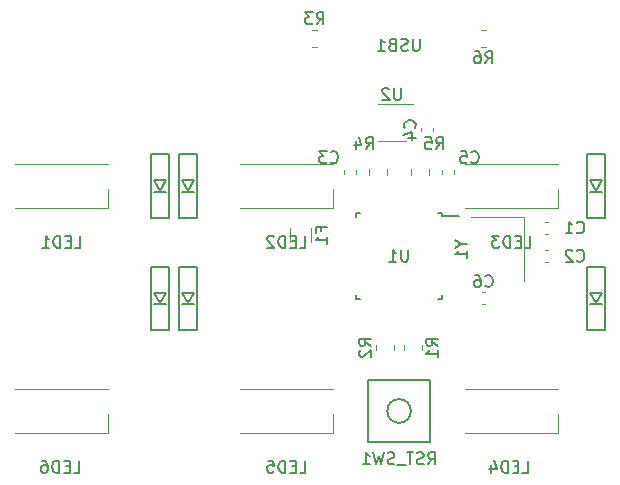
<source format=gbr>
%TF.GenerationSoftware,KiCad,Pcbnew,(5.1.7)-1*%
%TF.CreationDate,2020-10-17T05:15:24-04:00*%
%TF.ProjectId,OreoOrtho,4f72656f-4f72-4746-986f-2e6b69636164,rev?*%
%TF.SameCoordinates,Original*%
%TF.FileFunction,Legend,Bot*%
%TF.FilePolarity,Positive*%
%FSLAX46Y46*%
G04 Gerber Fmt 4.6, Leading zero omitted, Abs format (unit mm)*
G04 Created by KiCad (PCBNEW (5.1.7)-1) date 2020-10-17 05:15:24*
%MOMM*%
%LPD*%
G01*
G04 APERTURE LIST*
%ADD10C,0.120000*%
%ADD11C,0.150000*%
G04 APERTURE END LIST*
D10*
%TO.C,LED2*%
X137250000Y-62162500D02*
X137250000Y-63762500D01*
X129450000Y-60062500D02*
X137250000Y-60062500D01*
X137250000Y-63762500D02*
X129450000Y-63762500D01*
D11*
%TO.C,D1*%
X121884000Y-64612400D02*
X121884000Y-59212400D01*
X123384000Y-59212400D02*
X123384000Y-64612400D01*
X123384000Y-64612400D02*
X121884000Y-64612400D01*
X123384000Y-59212400D02*
X121884000Y-59212400D01*
X123134000Y-61412400D02*
X122134000Y-61412400D01*
X122134000Y-61412400D02*
X122634000Y-62312400D01*
X122634000Y-62312400D02*
X123134000Y-61412400D01*
X123134000Y-62412400D02*
X122134000Y-62412400D01*
%TO.C,D6*%
X158794000Y-74137500D02*
X158794000Y-68737500D01*
X160294000Y-68737500D02*
X160294000Y-74137500D01*
X160294000Y-74137500D02*
X158794000Y-74137500D01*
X160294000Y-68737500D02*
X158794000Y-68737500D01*
X160044000Y-70937500D02*
X159044000Y-70937500D01*
X159044000Y-70937500D02*
X159544000Y-71837500D01*
X159544000Y-71837500D02*
X160044000Y-70937500D01*
X160044000Y-71937500D02*
X159044000Y-71937500D01*
%TO.C,D5*%
X124266000Y-74137400D02*
X124266000Y-68737400D01*
X125766000Y-68737400D02*
X125766000Y-74137400D01*
X125766000Y-74137400D02*
X124266000Y-74137400D01*
X125766000Y-68737400D02*
X124266000Y-68737400D01*
X125516000Y-70937400D02*
X124516000Y-70937400D01*
X124516000Y-70937400D02*
X125016000Y-71837400D01*
X125016000Y-71837400D02*
X125516000Y-70937400D01*
X125516000Y-71937400D02*
X124516000Y-71937400D01*
%TO.C,D4*%
X121884000Y-74137500D02*
X121884000Y-68737500D01*
X123384000Y-68737500D02*
X123384000Y-74137500D01*
X123384000Y-74137500D02*
X121884000Y-74137500D01*
X123384000Y-68737500D02*
X121884000Y-68737500D01*
X123134000Y-70937500D02*
X122134000Y-70937500D01*
X122134000Y-70937500D02*
X122634000Y-71837500D01*
X122634000Y-71837500D02*
X123134000Y-70937500D01*
X123134000Y-71937500D02*
X122134000Y-71937500D01*
%TO.C,D3*%
X158794000Y-64612500D02*
X158794000Y-59212500D01*
X160294000Y-59212500D02*
X160294000Y-64612500D01*
X160294000Y-64612500D02*
X158794000Y-64612500D01*
X160294000Y-59212500D02*
X158794000Y-59212500D01*
X160044000Y-61412500D02*
X159044000Y-61412500D01*
X159044000Y-61412500D02*
X159544000Y-62312500D01*
X159544000Y-62312500D02*
X160044000Y-61412500D01*
X160044000Y-62412500D02*
X159044000Y-62412500D01*
%TO.C,D2*%
X124266000Y-64612400D02*
X124266000Y-59212400D01*
X125766000Y-59212400D02*
X125766000Y-64612400D01*
X125766000Y-64612400D02*
X124266000Y-64612400D01*
X125766000Y-59212400D02*
X124266000Y-59212400D01*
X125516000Y-61412400D02*
X124516000Y-61412400D01*
X124516000Y-61412400D02*
X125016000Y-62312400D01*
X125016000Y-62312400D02*
X125516000Y-61412400D01*
X125516000Y-62412400D02*
X124516000Y-62412400D01*
D10*
%TO.C,Y1*%
X148959000Y-64570300D02*
X153459000Y-64570300D01*
X153459000Y-64570300D02*
X153459000Y-69970300D01*
D11*
%TO.C,U1*%
X146500000Y-64240600D02*
X146500000Y-64465600D01*
X139250000Y-64240600D02*
X139250000Y-64565600D01*
X139250000Y-71490600D02*
X139250000Y-71165600D01*
X146500000Y-71490600D02*
X146500000Y-71165600D01*
X146500000Y-64240600D02*
X146175000Y-64240600D01*
X146500000Y-71490600D02*
X146175000Y-71490600D01*
X139250000Y-71490600D02*
X139575000Y-71490600D01*
X139250000Y-64240600D02*
X139575000Y-64240600D01*
X146500000Y-64465600D02*
X147925000Y-64465600D01*
%TO.C,RST_SW1*%
X143875000Y-80962400D02*
G75*
G03*
X143875000Y-80962400I-1000000J0D01*
G01*
X145475000Y-83562400D02*
X145475000Y-78362400D01*
X140275000Y-83562400D02*
X145475000Y-83562400D01*
X140275000Y-78362400D02*
X140275000Y-83562400D01*
X145475000Y-78362400D02*
X140275000Y-78362400D01*
D10*
%TO.C,R6*%
X149791936Y-50145900D02*
X150246064Y-50145900D01*
X149791936Y-48675900D02*
X150246064Y-48675900D01*
%TO.C,R5*%
X145396000Y-60948964D02*
X145396000Y-60494836D01*
X143926000Y-60948964D02*
X143926000Y-60494836D01*
%TO.C,R4*%
X140354000Y-60494836D02*
X140354000Y-60948964D01*
X141824000Y-60494836D02*
X141824000Y-60948964D01*
%TO.C,R3*%
X135958064Y-48675900D02*
X135503936Y-48675900D01*
X135958064Y-50145900D02*
X135503936Y-50145900D01*
%TO.C,R2*%
X140949000Y-75377536D02*
X140949000Y-75831664D01*
X142419000Y-75377536D02*
X142419000Y-75831664D01*
%TO.C,R1*%
X144801000Y-75831664D02*
X144801000Y-75377536D01*
X143331000Y-75831664D02*
X143331000Y-75377536D01*
%TO.C,LED6*%
X118200000Y-81212500D02*
X118200000Y-82812500D01*
X110400000Y-79112500D02*
X118200000Y-79112500D01*
X118200000Y-82812500D02*
X110400000Y-82812500D01*
%TO.C,LED5*%
X137250000Y-81212500D02*
X137250000Y-82812500D01*
X129450000Y-79112500D02*
X137250000Y-79112500D01*
X137250000Y-82812500D02*
X129450000Y-82812500D01*
%TO.C,LED4*%
X156300000Y-81212500D02*
X156300000Y-82812500D01*
X148500000Y-79112500D02*
X156300000Y-79112500D01*
X156300000Y-82812500D02*
X148500000Y-82812500D01*
%TO.C,LED3*%
X156300000Y-62162500D02*
X156300000Y-63762500D01*
X148500000Y-60062500D02*
X156300000Y-60062500D01*
X156300000Y-63762500D02*
X148500000Y-63762500D01*
%TO.C,LED1*%
X118200000Y-62162500D02*
X118200000Y-63762500D01*
X110400000Y-60062500D02*
X118200000Y-60062500D01*
X118200000Y-63762500D02*
X110400000Y-63762500D01*
%TO.C,F1*%
X135451000Y-66681664D02*
X135451000Y-65477536D01*
X133631000Y-66681664D02*
X133631000Y-65477536D01*
%TO.C,U2*%
X143480000Y-58104600D02*
X141080000Y-58104600D01*
X141080000Y-55004600D02*
X144030000Y-55004600D01*
%TO.C,C6*%
X150159580Y-70927400D02*
X149878420Y-70927400D01*
X150159580Y-71947400D02*
X149878420Y-71947400D01*
%TO.C,C5*%
X146532000Y-60581320D02*
X146532000Y-60862480D01*
X147552000Y-60581320D02*
X147552000Y-60862480D01*
%TO.C,C4*%
X144746000Y-57009420D02*
X144746000Y-57290580D01*
X145766000Y-57009420D02*
X145766000Y-57290580D01*
%TO.C,C3*%
X138198000Y-60581320D02*
X138198000Y-60862480D01*
X139218000Y-60581320D02*
X139218000Y-60862480D01*
%TO.C,C2*%
X155516580Y-67355600D02*
X155235420Y-67355600D01*
X155516580Y-68375600D02*
X155235420Y-68375600D01*
%TO.C,C1*%
X155516580Y-64974300D02*
X155235420Y-64974300D01*
X155516580Y-65994300D02*
X155235420Y-65994300D01*
%TO.C,USB1*%
D11*
X144613095Y-49458642D02*
X144613095Y-50268166D01*
X144565476Y-50363404D01*
X144517857Y-50411023D01*
X144422619Y-50458642D01*
X144232142Y-50458642D01*
X144136904Y-50411023D01*
X144089285Y-50363404D01*
X144041666Y-50268166D01*
X144041666Y-49458642D01*
X143613095Y-50411023D02*
X143470238Y-50458642D01*
X143232142Y-50458642D01*
X143136904Y-50411023D01*
X143089285Y-50363404D01*
X143041666Y-50268166D01*
X143041666Y-50172928D01*
X143089285Y-50077690D01*
X143136904Y-50030071D01*
X143232142Y-49982452D01*
X143422619Y-49934833D01*
X143517857Y-49887214D01*
X143565476Y-49839595D01*
X143613095Y-49744357D01*
X143613095Y-49649119D01*
X143565476Y-49553881D01*
X143517857Y-49506262D01*
X143422619Y-49458642D01*
X143184523Y-49458642D01*
X143041666Y-49506262D01*
X142279761Y-49934833D02*
X142136904Y-49982452D01*
X142089285Y-50030071D01*
X142041666Y-50125309D01*
X142041666Y-50268166D01*
X142089285Y-50363404D01*
X142136904Y-50411023D01*
X142232142Y-50458642D01*
X142613095Y-50458642D01*
X142613095Y-49458642D01*
X142279761Y-49458642D01*
X142184523Y-49506262D01*
X142136904Y-49553881D01*
X142089285Y-49649119D01*
X142089285Y-49744357D01*
X142136904Y-49839595D01*
X142184523Y-49887214D01*
X142279761Y-49934833D01*
X142613095Y-49934833D01*
X141089285Y-50458642D02*
X141660714Y-50458642D01*
X141375000Y-50458642D02*
X141375000Y-49458642D01*
X141470238Y-49601500D01*
X141565476Y-49696738D01*
X141660714Y-49744357D01*
%TO.C,LED2*%
X134469047Y-67127380D02*
X134945238Y-67127380D01*
X134945238Y-66127380D01*
X134135714Y-66603571D02*
X133802380Y-66603571D01*
X133659523Y-67127380D02*
X134135714Y-67127380D01*
X134135714Y-66127380D01*
X133659523Y-66127380D01*
X133230952Y-67127380D02*
X133230952Y-66127380D01*
X132992857Y-66127380D01*
X132850000Y-66175000D01*
X132754761Y-66270238D01*
X132707142Y-66365476D01*
X132659523Y-66555952D01*
X132659523Y-66698809D01*
X132707142Y-66889285D01*
X132754761Y-66984523D01*
X132850000Y-67079761D01*
X132992857Y-67127380D01*
X133230952Y-67127380D01*
X132278571Y-66222619D02*
X132230952Y-66175000D01*
X132135714Y-66127380D01*
X131897619Y-66127380D01*
X131802380Y-66175000D01*
X131754761Y-66222619D01*
X131707142Y-66317857D01*
X131707142Y-66413095D01*
X131754761Y-66555952D01*
X132326190Y-67127380D01*
X131707142Y-67127380D01*
%TO.C,Y1*%
X148135190Y-66794109D02*
X148611380Y-66794109D01*
X147611380Y-66460776D02*
X148135190Y-66794109D01*
X147611380Y-67127442D01*
X148611380Y-67984585D02*
X148611380Y-67413157D01*
X148611380Y-67698871D02*
X147611380Y-67698871D01*
X147754238Y-67603633D01*
X147849476Y-67508395D01*
X147897095Y-67413157D01*
%TO.C,U1*%
X143637024Y-67317923D02*
X143637024Y-68127447D01*
X143589405Y-68222685D01*
X143541786Y-68270304D01*
X143446548Y-68317923D01*
X143256072Y-68317923D01*
X143160834Y-68270304D01*
X143113215Y-68222685D01*
X143065596Y-68127447D01*
X143065596Y-67317923D01*
X142065596Y-68317923D02*
X142637024Y-68317923D01*
X142351310Y-68317923D02*
X142351310Y-67317923D01*
X142446548Y-67460781D01*
X142541786Y-67556019D01*
X142637024Y-67603638D01*
%TO.C,RST_SW1*%
X145327380Y-85478780D02*
X145660714Y-85002590D01*
X145898809Y-85478780D02*
X145898809Y-84478780D01*
X145517857Y-84478780D01*
X145422619Y-84526400D01*
X145375000Y-84574019D01*
X145327380Y-84669257D01*
X145327380Y-84812114D01*
X145375000Y-84907352D01*
X145422619Y-84954971D01*
X145517857Y-85002590D01*
X145898809Y-85002590D01*
X144946428Y-85431161D02*
X144803571Y-85478780D01*
X144565476Y-85478780D01*
X144470238Y-85431161D01*
X144422619Y-85383542D01*
X144375000Y-85288304D01*
X144375000Y-85193066D01*
X144422619Y-85097828D01*
X144470238Y-85050209D01*
X144565476Y-85002590D01*
X144755952Y-84954971D01*
X144851190Y-84907352D01*
X144898809Y-84859733D01*
X144946428Y-84764495D01*
X144946428Y-84669257D01*
X144898809Y-84574019D01*
X144851190Y-84526400D01*
X144755952Y-84478780D01*
X144517857Y-84478780D01*
X144375000Y-84526400D01*
X144089285Y-84478780D02*
X143517857Y-84478780D01*
X143803571Y-85478780D02*
X143803571Y-84478780D01*
X143422619Y-85574019D02*
X142660714Y-85574019D01*
X142470238Y-85431161D02*
X142327380Y-85478780D01*
X142089285Y-85478780D01*
X141994047Y-85431161D01*
X141946428Y-85383542D01*
X141898809Y-85288304D01*
X141898809Y-85193066D01*
X141946428Y-85097828D01*
X141994047Y-85050209D01*
X142089285Y-85002590D01*
X142279761Y-84954971D01*
X142375000Y-84907352D01*
X142422619Y-84859733D01*
X142470238Y-84764495D01*
X142470238Y-84669257D01*
X142422619Y-84574019D01*
X142375000Y-84526400D01*
X142279761Y-84478780D01*
X142041666Y-84478780D01*
X141898809Y-84526400D01*
X141565476Y-84478780D02*
X141327380Y-85478780D01*
X141136904Y-84764495D01*
X140946428Y-85478780D01*
X140708333Y-84478780D01*
X139803571Y-85478780D02*
X140374999Y-85478780D01*
X140089285Y-85478780D02*
X140089285Y-84478780D01*
X140184523Y-84621638D01*
X140279761Y-84716876D01*
X140374999Y-84764495D01*
%TO.C,R6*%
X150185666Y-51513280D02*
X150519000Y-51037090D01*
X150757095Y-51513280D02*
X150757095Y-50513280D01*
X150376142Y-50513280D01*
X150280904Y-50560900D01*
X150233285Y-50608519D01*
X150185666Y-50703757D01*
X150185666Y-50846614D01*
X150233285Y-50941852D01*
X150280904Y-50989471D01*
X150376142Y-51037090D01*
X150757095Y-51037090D01*
X149328523Y-50513280D02*
X149519000Y-50513280D01*
X149614238Y-50560900D01*
X149661857Y-50608519D01*
X149757095Y-50751376D01*
X149804714Y-50941852D01*
X149804714Y-51322804D01*
X149757095Y-51418042D01*
X149709476Y-51465661D01*
X149614238Y-51513280D01*
X149423761Y-51513280D01*
X149328523Y-51465661D01*
X149280904Y-51418042D01*
X149233285Y-51322804D01*
X149233285Y-51084709D01*
X149280904Y-50989471D01*
X149328523Y-50941852D01*
X149423761Y-50894233D01*
X149614238Y-50894233D01*
X149709476Y-50941852D01*
X149757095Y-50989471D01*
X149804714Y-51084709D01*
%TO.C,R5*%
X146018047Y-58792981D02*
X146351381Y-58316791D01*
X146589476Y-58792981D02*
X146589476Y-57792981D01*
X146208523Y-57792981D01*
X146113285Y-57840601D01*
X146065666Y-57888220D01*
X146018047Y-57983458D01*
X146018047Y-58126315D01*
X146065666Y-58221553D01*
X146113285Y-58269172D01*
X146208523Y-58316791D01*
X146589476Y-58316791D01*
X145113285Y-57792981D02*
X145589476Y-57792981D01*
X145637095Y-58269172D01*
X145589476Y-58221553D01*
X145494238Y-58173934D01*
X145256142Y-58173934D01*
X145160904Y-58221553D01*
X145113285Y-58269172D01*
X145065666Y-58364410D01*
X145065666Y-58602505D01*
X145113285Y-58697743D01*
X145160904Y-58745362D01*
X145256142Y-58792981D01*
X145494238Y-58792981D01*
X145589476Y-58745362D01*
X145637095Y-58697743D01*
%TO.C,R4*%
X140065042Y-58792930D02*
X140398376Y-58316740D01*
X140636471Y-58792930D02*
X140636471Y-57792930D01*
X140255518Y-57792930D01*
X140160280Y-57840550D01*
X140112661Y-57888169D01*
X140065042Y-57983407D01*
X140065042Y-58126264D01*
X140112661Y-58221502D01*
X140160280Y-58269121D01*
X140255518Y-58316740D01*
X140636471Y-58316740D01*
X139207899Y-58126264D02*
X139207899Y-58792930D01*
X139445995Y-57745311D02*
X139684090Y-58459597D01*
X139065042Y-58459597D01*
%TO.C,R3*%
X135897666Y-48213280D02*
X136231000Y-47737090D01*
X136469095Y-48213280D02*
X136469095Y-47213280D01*
X136088142Y-47213280D01*
X135992904Y-47260900D01*
X135945285Y-47308519D01*
X135897666Y-47403757D01*
X135897666Y-47546614D01*
X135945285Y-47641852D01*
X135992904Y-47689471D01*
X136088142Y-47737090D01*
X136469095Y-47737090D01*
X135564333Y-47213280D02*
X134945285Y-47213280D01*
X135278619Y-47594233D01*
X135135761Y-47594233D01*
X135040523Y-47641852D01*
X134992904Y-47689471D01*
X134945285Y-47784709D01*
X134945285Y-48022804D01*
X134992904Y-48118042D01*
X135040523Y-48165661D01*
X135135761Y-48213280D01*
X135421476Y-48213280D01*
X135516714Y-48165661D01*
X135564333Y-48118042D01*
%TO.C,R2*%
X140486380Y-75437933D02*
X140010190Y-75104600D01*
X140486380Y-74866504D02*
X139486380Y-74866504D01*
X139486380Y-75247457D01*
X139534000Y-75342695D01*
X139581619Y-75390314D01*
X139676857Y-75437933D01*
X139819714Y-75437933D01*
X139914952Y-75390314D01*
X139962571Y-75342695D01*
X140010190Y-75247457D01*
X140010190Y-74866504D01*
X139581619Y-75818885D02*
X139534000Y-75866504D01*
X139486380Y-75961742D01*
X139486380Y-76199838D01*
X139534000Y-76295076D01*
X139581619Y-76342695D01*
X139676857Y-76390314D01*
X139772095Y-76390314D01*
X139914952Y-76342695D01*
X140486380Y-75771266D01*
X140486380Y-76390314D01*
%TO.C,R1*%
X146168380Y-75437933D02*
X145692190Y-75104600D01*
X146168380Y-74866504D02*
X145168380Y-74866504D01*
X145168380Y-75247457D01*
X145216000Y-75342695D01*
X145263619Y-75390314D01*
X145358857Y-75437933D01*
X145501714Y-75437933D01*
X145596952Y-75390314D01*
X145644571Y-75342695D01*
X145692190Y-75247457D01*
X145692190Y-74866504D01*
X146168380Y-76390314D02*
X146168380Y-75818885D01*
X146168380Y-76104600D02*
X145168380Y-76104600D01*
X145311238Y-76009361D01*
X145406476Y-75914123D01*
X145454095Y-75818885D01*
%TO.C,LED6*%
X115312172Y-86177380D02*
X115788363Y-86177380D01*
X115788363Y-85177380D01*
X114978839Y-85653571D02*
X114645505Y-85653571D01*
X114502648Y-86177380D02*
X114978839Y-86177380D01*
X114978839Y-85177380D01*
X114502648Y-85177380D01*
X114074077Y-86177380D02*
X114074077Y-85177380D01*
X113835982Y-85177380D01*
X113693125Y-85225000D01*
X113597886Y-85320238D01*
X113550267Y-85415476D01*
X113502648Y-85605952D01*
X113502648Y-85748809D01*
X113550267Y-85939285D01*
X113597886Y-86034523D01*
X113693125Y-86129761D01*
X113835982Y-86177380D01*
X114074077Y-86177380D01*
X112645505Y-85177380D02*
X112835982Y-85177380D01*
X112931220Y-85225000D01*
X112978839Y-85272619D01*
X113074077Y-85415476D01*
X113121696Y-85605952D01*
X113121696Y-85986904D01*
X113074077Y-86082142D01*
X113026458Y-86129761D01*
X112931220Y-86177380D01*
X112740744Y-86177380D01*
X112645505Y-86129761D01*
X112597886Y-86082142D01*
X112550267Y-85986904D01*
X112550267Y-85748809D01*
X112597886Y-85653571D01*
X112645505Y-85605952D01*
X112740744Y-85558333D01*
X112931220Y-85558333D01*
X113026458Y-85605952D01*
X113074077Y-85653571D01*
X113121696Y-85748809D01*
%TO.C,LED5*%
X134468953Y-86177282D02*
X134945144Y-86177282D01*
X134945144Y-85177282D01*
X134135620Y-85653473D02*
X133802286Y-85653473D01*
X133659429Y-86177282D02*
X134135620Y-86177282D01*
X134135620Y-85177282D01*
X133659429Y-85177282D01*
X133230858Y-86177282D02*
X133230858Y-85177282D01*
X132992763Y-85177282D01*
X132849906Y-85224902D01*
X132754667Y-85320140D01*
X132707048Y-85415378D01*
X132659429Y-85605854D01*
X132659429Y-85748711D01*
X132707048Y-85939187D01*
X132754667Y-86034425D01*
X132849906Y-86129663D01*
X132992763Y-86177282D01*
X133230858Y-86177282D01*
X131754667Y-85177282D02*
X132230858Y-85177282D01*
X132278477Y-85653473D01*
X132230858Y-85605854D01*
X132135620Y-85558235D01*
X131897525Y-85558235D01*
X131802286Y-85605854D01*
X131754667Y-85653473D01*
X131707048Y-85748711D01*
X131707048Y-85986806D01*
X131754667Y-86082044D01*
X131802286Y-86129663D01*
X131897525Y-86177282D01*
X132135620Y-86177282D01*
X132230858Y-86129663D01*
X132278477Y-86082044D01*
%TO.C,LED4*%
X153319047Y-86177380D02*
X153795238Y-86177380D01*
X153795238Y-85177380D01*
X152985714Y-85653571D02*
X152652380Y-85653571D01*
X152509523Y-86177380D02*
X152985714Y-86177380D01*
X152985714Y-85177380D01*
X152509523Y-85177380D01*
X152080952Y-86177380D02*
X152080952Y-85177380D01*
X151842857Y-85177380D01*
X151700000Y-85225000D01*
X151604761Y-85320238D01*
X151557142Y-85415476D01*
X151509523Y-85605952D01*
X151509523Y-85748809D01*
X151557142Y-85939285D01*
X151604761Y-86034523D01*
X151700000Y-86129761D01*
X151842857Y-86177380D01*
X152080952Y-86177380D01*
X150652380Y-85510714D02*
X150652380Y-86177380D01*
X150890476Y-85129761D02*
X151128571Y-85844047D01*
X150509523Y-85844047D01*
%TO.C,LED3*%
X153519047Y-67127380D02*
X153995238Y-67127380D01*
X153995238Y-66127380D01*
X153185714Y-66603571D02*
X152852380Y-66603571D01*
X152709523Y-67127380D02*
X153185714Y-67127380D01*
X153185714Y-66127380D01*
X152709523Y-66127380D01*
X152280952Y-67127380D02*
X152280952Y-66127380D01*
X152042857Y-66127380D01*
X151900000Y-66175000D01*
X151804761Y-66270238D01*
X151757142Y-66365476D01*
X151709523Y-66555952D01*
X151709523Y-66698809D01*
X151757142Y-66889285D01*
X151804761Y-66984523D01*
X151900000Y-67079761D01*
X152042857Y-67127380D01*
X152280952Y-67127380D01*
X151376190Y-66127380D02*
X150757142Y-66127380D01*
X151090476Y-66508333D01*
X150947619Y-66508333D01*
X150852380Y-66555952D01*
X150804761Y-66603571D01*
X150757142Y-66698809D01*
X150757142Y-66936904D01*
X150804761Y-67032142D01*
X150852380Y-67079761D01*
X150947619Y-67127380D01*
X151233333Y-67127380D01*
X151328571Y-67079761D01*
X151376190Y-67032142D01*
%TO.C,LED1*%
X115419047Y-67127380D02*
X115895238Y-67127380D01*
X115895238Y-66127380D01*
X115085714Y-66603571D02*
X114752380Y-66603571D01*
X114609523Y-67127380D02*
X115085714Y-67127380D01*
X115085714Y-66127380D01*
X114609523Y-66127380D01*
X114180952Y-67127380D02*
X114180952Y-66127380D01*
X113942857Y-66127380D01*
X113800000Y-66175000D01*
X113704761Y-66270238D01*
X113657142Y-66365476D01*
X113609523Y-66555952D01*
X113609523Y-66698809D01*
X113657142Y-66889285D01*
X113704761Y-66984523D01*
X113800000Y-67079761D01*
X113942857Y-67127380D01*
X114180952Y-67127380D01*
X112657142Y-67127380D02*
X113228571Y-67127380D01*
X112942857Y-67127380D02*
X112942857Y-66127380D01*
X113038095Y-66270238D01*
X113133333Y-66365476D01*
X113228571Y-66413095D01*
%TO.C,F1*%
X136289571Y-65746266D02*
X136289571Y-65412933D01*
X136813380Y-65412933D02*
X135813380Y-65412933D01*
X135813380Y-65889123D01*
X136813380Y-66793885D02*
X136813380Y-66222457D01*
X136813380Y-66508171D02*
X135813380Y-66508171D01*
X135956238Y-66412933D01*
X136051476Y-66317695D01*
X136099095Y-66222457D01*
%TO.C,U2*%
X143021904Y-53626980D02*
X143021904Y-54436504D01*
X142974285Y-54531742D01*
X142926666Y-54579361D01*
X142831428Y-54626980D01*
X142640952Y-54626980D01*
X142545714Y-54579361D01*
X142498095Y-54531742D01*
X142450476Y-54436504D01*
X142450476Y-53626980D01*
X142021904Y-53722219D02*
X141974285Y-53674600D01*
X141879047Y-53626980D01*
X141640952Y-53626980D01*
X141545714Y-53674600D01*
X141498095Y-53722219D01*
X141450476Y-53817457D01*
X141450476Y-53912695D01*
X141498095Y-54055552D01*
X142069523Y-54626980D01*
X141450476Y-54626980D01*
%TO.C,C6*%
X150185666Y-70364542D02*
X150233285Y-70412161D01*
X150376142Y-70459780D01*
X150471380Y-70459780D01*
X150614238Y-70412161D01*
X150709476Y-70316923D01*
X150757095Y-70221685D01*
X150804714Y-70031209D01*
X150804714Y-69888352D01*
X150757095Y-69697876D01*
X150709476Y-69602638D01*
X150614238Y-69507400D01*
X150471380Y-69459780D01*
X150376142Y-69459780D01*
X150233285Y-69507400D01*
X150185666Y-69555019D01*
X149328523Y-69459780D02*
X149519000Y-69459780D01*
X149614238Y-69507400D01*
X149661857Y-69555019D01*
X149757095Y-69697876D01*
X149804714Y-69888352D01*
X149804714Y-70269304D01*
X149757095Y-70364542D01*
X149709476Y-70412161D01*
X149614238Y-70459780D01*
X149423761Y-70459780D01*
X149328523Y-70412161D01*
X149280904Y-70364542D01*
X149233285Y-70269304D01*
X149233285Y-70031209D01*
X149280904Y-69935971D01*
X149328523Y-69888352D01*
X149423761Y-69840733D01*
X149614238Y-69840733D01*
X149709476Y-69888352D01*
X149757095Y-69935971D01*
X149804714Y-70031209D01*
%TO.C,C5*%
X148994605Y-59888416D02*
X149042224Y-59936035D01*
X149185081Y-59983654D01*
X149280319Y-59983654D01*
X149423177Y-59936035D01*
X149518415Y-59840797D01*
X149566034Y-59745559D01*
X149613653Y-59555083D01*
X149613653Y-59412226D01*
X149566034Y-59221750D01*
X149518415Y-59126512D01*
X149423177Y-59031274D01*
X149280319Y-58983654D01*
X149185081Y-58983654D01*
X149042224Y-59031274D01*
X148994605Y-59078893D01*
X148089843Y-58983654D02*
X148566034Y-58983654D01*
X148613653Y-59459845D01*
X148566034Y-59412226D01*
X148470796Y-59364607D01*
X148232700Y-59364607D01*
X148137462Y-59412226D01*
X148089843Y-59459845D01*
X148042224Y-59555083D01*
X148042224Y-59793178D01*
X148089843Y-59888416D01*
X148137462Y-59936035D01*
X148232700Y-59983654D01*
X148470796Y-59983654D01*
X148566034Y-59936035D01*
X148613653Y-59888416D01*
%TO.C,C4*%
X144183142Y-56983333D02*
X144230761Y-56935714D01*
X144278380Y-56792857D01*
X144278380Y-56697619D01*
X144230761Y-56554761D01*
X144135523Y-56459523D01*
X144040285Y-56411904D01*
X143849809Y-56364285D01*
X143706952Y-56364285D01*
X143516476Y-56411904D01*
X143421238Y-56459523D01*
X143326000Y-56554761D01*
X143278380Y-56697619D01*
X143278380Y-56792857D01*
X143326000Y-56935714D01*
X143373619Y-56983333D01*
X143611714Y-57840476D02*
X144278380Y-57840476D01*
X143230761Y-57602380D02*
X143945047Y-57364285D01*
X143945047Y-57983333D01*
%TO.C,C3*%
X137088727Y-59888416D02*
X137136346Y-59936035D01*
X137279203Y-59983654D01*
X137374441Y-59983654D01*
X137517299Y-59936035D01*
X137612537Y-59840797D01*
X137660156Y-59745559D01*
X137707775Y-59555083D01*
X137707775Y-59412226D01*
X137660156Y-59221750D01*
X137612537Y-59126512D01*
X137517299Y-59031274D01*
X137374441Y-58983654D01*
X137279203Y-58983654D01*
X137136346Y-59031274D01*
X137088727Y-59078893D01*
X136755394Y-58983654D02*
X136136346Y-58983654D01*
X136469680Y-59364607D01*
X136326822Y-59364607D01*
X136231584Y-59412226D01*
X136183965Y-59459845D01*
X136136346Y-59555083D01*
X136136346Y-59793178D01*
X136183965Y-59888416D01*
X136231584Y-59936035D01*
X136326822Y-59983654D01*
X136612537Y-59983654D01*
X136707775Y-59936035D01*
X136755394Y-59888416D01*
%TO.C,C2*%
X157923914Y-68222742D02*
X157971533Y-68270361D01*
X158114390Y-68317980D01*
X158209628Y-68317980D01*
X158352486Y-68270361D01*
X158447724Y-68175123D01*
X158495343Y-68079885D01*
X158542962Y-67889409D01*
X158542962Y-67746552D01*
X158495343Y-67556076D01*
X158447724Y-67460838D01*
X158352486Y-67365600D01*
X158209628Y-67317980D01*
X158114390Y-67317980D01*
X157971533Y-67365600D01*
X157923914Y-67413219D01*
X157542962Y-67413219D02*
X157495343Y-67365600D01*
X157400105Y-67317980D01*
X157162009Y-67317980D01*
X157066771Y-67365600D01*
X157019152Y-67413219D01*
X156971533Y-67508457D01*
X156971533Y-67603695D01*
X157019152Y-67746552D01*
X157590581Y-68317980D01*
X156971533Y-68317980D01*
%TO.C,C1*%
X157923914Y-65841442D02*
X157971533Y-65889061D01*
X158114390Y-65936680D01*
X158209628Y-65936680D01*
X158352486Y-65889061D01*
X158447724Y-65793823D01*
X158495343Y-65698585D01*
X158542962Y-65508109D01*
X158542962Y-65365252D01*
X158495343Y-65174776D01*
X158447724Y-65079538D01*
X158352486Y-64984300D01*
X158209628Y-64936680D01*
X158114390Y-64936680D01*
X157971533Y-64984300D01*
X157923914Y-65031919D01*
X156971533Y-65936680D02*
X157542962Y-65936680D01*
X157257248Y-65936680D02*
X157257248Y-64936680D01*
X157352486Y-65079538D01*
X157447724Y-65174776D01*
X157542962Y-65222395D01*
%TD*%
M02*

</source>
